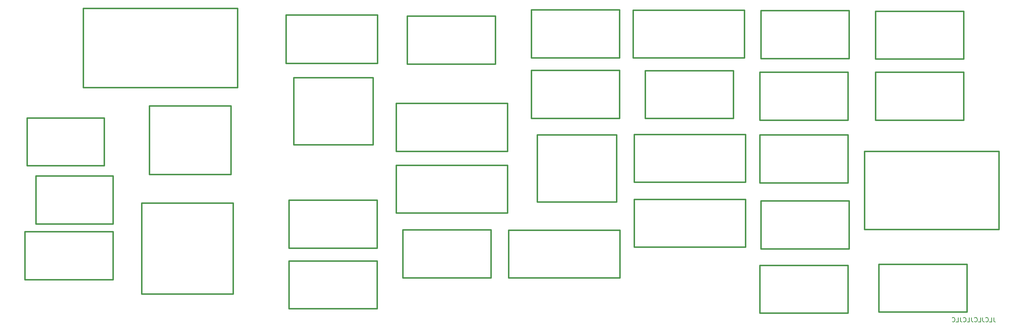
<source format=gbr>
%TF.GenerationSoftware,KiCad,Pcbnew,7.0.10*%
%TF.CreationDate,2024-04-27T18:37:45+01:00*%
%TF.ProjectId,v1b,7631622e-6b69-4636-9164-5f7063625858,rev?*%
%TF.SameCoordinates,Original*%
%TF.FileFunction,Legend,Bot*%
%TF.FilePolarity,Positive*%
%FSLAX46Y46*%
G04 Gerber Fmt 4.6, Leading zero omitted, Abs format (unit mm)*
G04 Created by KiCad (PCBNEW 7.0.10) date 2024-04-27 18:37:45*
%MOMM*%
%LPD*%
G01*
G04 APERTURE LIST*
%ADD10C,0.300000*%
%ADD11C,0.150000*%
G04 APERTURE END LIST*
D10*
X128270000Y-88455500D02*
X153924000Y-88455500D01*
X153924000Y-99504500D01*
X128270000Y-99504500D01*
X128270000Y-88455500D01*
X104648000Y-82550000D02*
X122936000Y-82550000D01*
X122936000Y-98044000D01*
X104648000Y-98044000D01*
X104648000Y-82550000D01*
X45212000Y-105219500D02*
X62992000Y-105219500D01*
X62992000Y-116268500D01*
X45212000Y-116268500D01*
X45212000Y-105219500D01*
X212090000Y-125857000D02*
X232410000Y-125857000D01*
X232410000Y-136906000D01*
X212090000Y-136906000D01*
X212090000Y-125857000D01*
X182880000Y-66929000D02*
X208534000Y-66929000D01*
X208534000Y-77978000D01*
X182880000Y-77978000D01*
X182880000Y-66929000D01*
X154178000Y-117729000D02*
X179832000Y-117729000D01*
X179832000Y-128778000D01*
X154178000Y-128778000D01*
X154178000Y-117729000D01*
X238760000Y-81280000D02*
X259080000Y-81280000D01*
X259080000Y-92329000D01*
X238760000Y-92329000D01*
X238760000Y-81280000D01*
X102870000Y-68072000D02*
X123952000Y-68072000D01*
X123952000Y-79248000D01*
X102870000Y-79248000D01*
X102870000Y-68072000D01*
X42672000Y-118110000D02*
X62992000Y-118110000D01*
X62992000Y-129159000D01*
X42672000Y-129159000D01*
X42672000Y-118110000D01*
X212344000Y-67056000D02*
X232664000Y-67056000D01*
X232664000Y-78105000D01*
X212344000Y-78105000D01*
X212344000Y-67056000D01*
X43180000Y-91821000D02*
X60960000Y-91821000D01*
X60960000Y-102870000D01*
X43180000Y-102870000D01*
X43180000Y-91821000D01*
X130810000Y-68326000D02*
X151130000Y-68326000D01*
X151130000Y-79375000D01*
X130810000Y-79375000D01*
X130810000Y-68326000D01*
X69545200Y-111506000D02*
X90627200Y-111506000D01*
X90627200Y-132461000D01*
X69545200Y-132461000D01*
X69545200Y-111506000D01*
X236220000Y-99568000D02*
X267208000Y-99568000D01*
X267208000Y-117602000D01*
X236220000Y-117602000D01*
X236220000Y-99568000D01*
X212090000Y-95758000D02*
X232410000Y-95758000D01*
X232410000Y-106807000D01*
X212090000Y-106807000D01*
X212090000Y-95758000D01*
X160782000Y-95758000D02*
X179070000Y-95758000D01*
X179070000Y-111252000D01*
X160782000Y-111252000D01*
X160782000Y-95758000D01*
X183134000Y-110617000D02*
X208788000Y-110617000D01*
X208788000Y-121666000D01*
X183134000Y-121666000D01*
X183134000Y-110617000D01*
X183134000Y-95631000D02*
X208788000Y-95631000D01*
X208788000Y-106680000D01*
X183134000Y-106680000D01*
X183134000Y-95631000D01*
X71374000Y-89027000D02*
X90170000Y-89027000D01*
X90170000Y-104902000D01*
X71374000Y-104902000D01*
X71374000Y-89027000D01*
X103505000Y-110807500D02*
X123825000Y-110807500D01*
X123825000Y-121856500D01*
X103505000Y-121856500D01*
X103505000Y-110807500D01*
X159385000Y-80835500D02*
X179705000Y-80835500D01*
X179705000Y-91884500D01*
X159385000Y-91884500D01*
X159385000Y-80835500D01*
X56134000Y-66548000D02*
X91694000Y-66548000D01*
X91694000Y-84836000D01*
X56134000Y-84836000D01*
X56134000Y-66548000D01*
X128270000Y-102743000D02*
X153924000Y-102743000D01*
X153924000Y-113792000D01*
X128270000Y-113792000D01*
X128270000Y-102743000D01*
X238760000Y-67183000D02*
X259080000Y-67183000D01*
X259080000Y-78232000D01*
X238760000Y-78232000D01*
X238760000Y-67183000D01*
X239522000Y-125603000D02*
X259842000Y-125603000D01*
X259842000Y-136652000D01*
X239522000Y-136652000D01*
X239522000Y-125603000D01*
X159385000Y-66865500D02*
X179705000Y-66865500D01*
X179705000Y-77914500D01*
X159385000Y-77914500D01*
X159385000Y-66865500D01*
X185674000Y-80899000D02*
X205994000Y-80899000D01*
X205994000Y-91948000D01*
X185674000Y-91948000D01*
X185674000Y-80899000D01*
X103505000Y-124841000D02*
X123825000Y-124841000D01*
X123825000Y-135890000D01*
X103505000Y-135890000D01*
X103505000Y-124841000D01*
X129794000Y-117665500D02*
X150114000Y-117665500D01*
X150114000Y-128714500D01*
X129794000Y-128714500D01*
X129794000Y-117665500D01*
X212090000Y-81280000D02*
X232410000Y-81280000D01*
X232410000Y-92329000D01*
X212090000Y-92329000D01*
X212090000Y-81280000D01*
X212344000Y-110998000D02*
X232664000Y-110998000D01*
X232664000Y-122047000D01*
X212344000Y-122047000D01*
X212344000Y-110998000D01*
D11*
X265981506Y-137879819D02*
X265981506Y-138594104D01*
X265981506Y-138594104D02*
X266029125Y-138736961D01*
X266029125Y-138736961D02*
X266124363Y-138832200D01*
X266124363Y-138832200D02*
X266267220Y-138879819D01*
X266267220Y-138879819D02*
X266362458Y-138879819D01*
X265029125Y-138879819D02*
X265505315Y-138879819D01*
X265505315Y-138879819D02*
X265505315Y-137879819D01*
X264124363Y-138784580D02*
X264171982Y-138832200D01*
X264171982Y-138832200D02*
X264314839Y-138879819D01*
X264314839Y-138879819D02*
X264410077Y-138879819D01*
X264410077Y-138879819D02*
X264552934Y-138832200D01*
X264552934Y-138832200D02*
X264648172Y-138736961D01*
X264648172Y-138736961D02*
X264695791Y-138641723D01*
X264695791Y-138641723D02*
X264743410Y-138451247D01*
X264743410Y-138451247D02*
X264743410Y-138308390D01*
X264743410Y-138308390D02*
X264695791Y-138117914D01*
X264695791Y-138117914D02*
X264648172Y-138022676D01*
X264648172Y-138022676D02*
X264552934Y-137927438D01*
X264552934Y-137927438D02*
X264410077Y-137879819D01*
X264410077Y-137879819D02*
X264314839Y-137879819D01*
X264314839Y-137879819D02*
X264171982Y-137927438D01*
X264171982Y-137927438D02*
X264124363Y-137975057D01*
X263410077Y-137879819D02*
X263410077Y-138594104D01*
X263410077Y-138594104D02*
X263457696Y-138736961D01*
X263457696Y-138736961D02*
X263552934Y-138832200D01*
X263552934Y-138832200D02*
X263695791Y-138879819D01*
X263695791Y-138879819D02*
X263791029Y-138879819D01*
X262457696Y-138879819D02*
X262933886Y-138879819D01*
X262933886Y-138879819D02*
X262933886Y-137879819D01*
X261552934Y-138784580D02*
X261600553Y-138832200D01*
X261600553Y-138832200D02*
X261743410Y-138879819D01*
X261743410Y-138879819D02*
X261838648Y-138879819D01*
X261838648Y-138879819D02*
X261981505Y-138832200D01*
X261981505Y-138832200D02*
X262076743Y-138736961D01*
X262076743Y-138736961D02*
X262124362Y-138641723D01*
X262124362Y-138641723D02*
X262171981Y-138451247D01*
X262171981Y-138451247D02*
X262171981Y-138308390D01*
X262171981Y-138308390D02*
X262124362Y-138117914D01*
X262124362Y-138117914D02*
X262076743Y-138022676D01*
X262076743Y-138022676D02*
X261981505Y-137927438D01*
X261981505Y-137927438D02*
X261838648Y-137879819D01*
X261838648Y-137879819D02*
X261743410Y-137879819D01*
X261743410Y-137879819D02*
X261600553Y-137927438D01*
X261600553Y-137927438D02*
X261552934Y-137975057D01*
X260838648Y-137879819D02*
X260838648Y-138594104D01*
X260838648Y-138594104D02*
X260886267Y-138736961D01*
X260886267Y-138736961D02*
X260981505Y-138832200D01*
X260981505Y-138832200D02*
X261124362Y-138879819D01*
X261124362Y-138879819D02*
X261219600Y-138879819D01*
X259886267Y-138879819D02*
X260362457Y-138879819D01*
X260362457Y-138879819D02*
X260362457Y-137879819D01*
X258981505Y-138784580D02*
X259029124Y-138832200D01*
X259029124Y-138832200D02*
X259171981Y-138879819D01*
X259171981Y-138879819D02*
X259267219Y-138879819D01*
X259267219Y-138879819D02*
X259410076Y-138832200D01*
X259410076Y-138832200D02*
X259505314Y-138736961D01*
X259505314Y-138736961D02*
X259552933Y-138641723D01*
X259552933Y-138641723D02*
X259600552Y-138451247D01*
X259600552Y-138451247D02*
X259600552Y-138308390D01*
X259600552Y-138308390D02*
X259552933Y-138117914D01*
X259552933Y-138117914D02*
X259505314Y-138022676D01*
X259505314Y-138022676D02*
X259410076Y-137927438D01*
X259410076Y-137927438D02*
X259267219Y-137879819D01*
X259267219Y-137879819D02*
X259171981Y-137879819D01*
X259171981Y-137879819D02*
X259029124Y-137927438D01*
X259029124Y-137927438D02*
X258981505Y-137975057D01*
X258267219Y-137879819D02*
X258267219Y-138594104D01*
X258267219Y-138594104D02*
X258314838Y-138736961D01*
X258314838Y-138736961D02*
X258410076Y-138832200D01*
X258410076Y-138832200D02*
X258552933Y-138879819D01*
X258552933Y-138879819D02*
X258648171Y-138879819D01*
X257314838Y-138879819D02*
X257791028Y-138879819D01*
X257791028Y-138879819D02*
X257791028Y-137879819D01*
X256410076Y-138784580D02*
X256457695Y-138832200D01*
X256457695Y-138832200D02*
X256600552Y-138879819D01*
X256600552Y-138879819D02*
X256695790Y-138879819D01*
X256695790Y-138879819D02*
X256838647Y-138832200D01*
X256838647Y-138832200D02*
X256933885Y-138736961D01*
X256933885Y-138736961D02*
X256981504Y-138641723D01*
X256981504Y-138641723D02*
X257029123Y-138451247D01*
X257029123Y-138451247D02*
X257029123Y-138308390D01*
X257029123Y-138308390D02*
X256981504Y-138117914D01*
X256981504Y-138117914D02*
X256933885Y-138022676D01*
X256933885Y-138022676D02*
X256838647Y-137927438D01*
X256838647Y-137927438D02*
X256695790Y-137879819D01*
X256695790Y-137879819D02*
X256600552Y-137879819D01*
X256600552Y-137879819D02*
X256457695Y-137927438D01*
X256457695Y-137927438D02*
X256410076Y-137975057D01*
M02*

</source>
